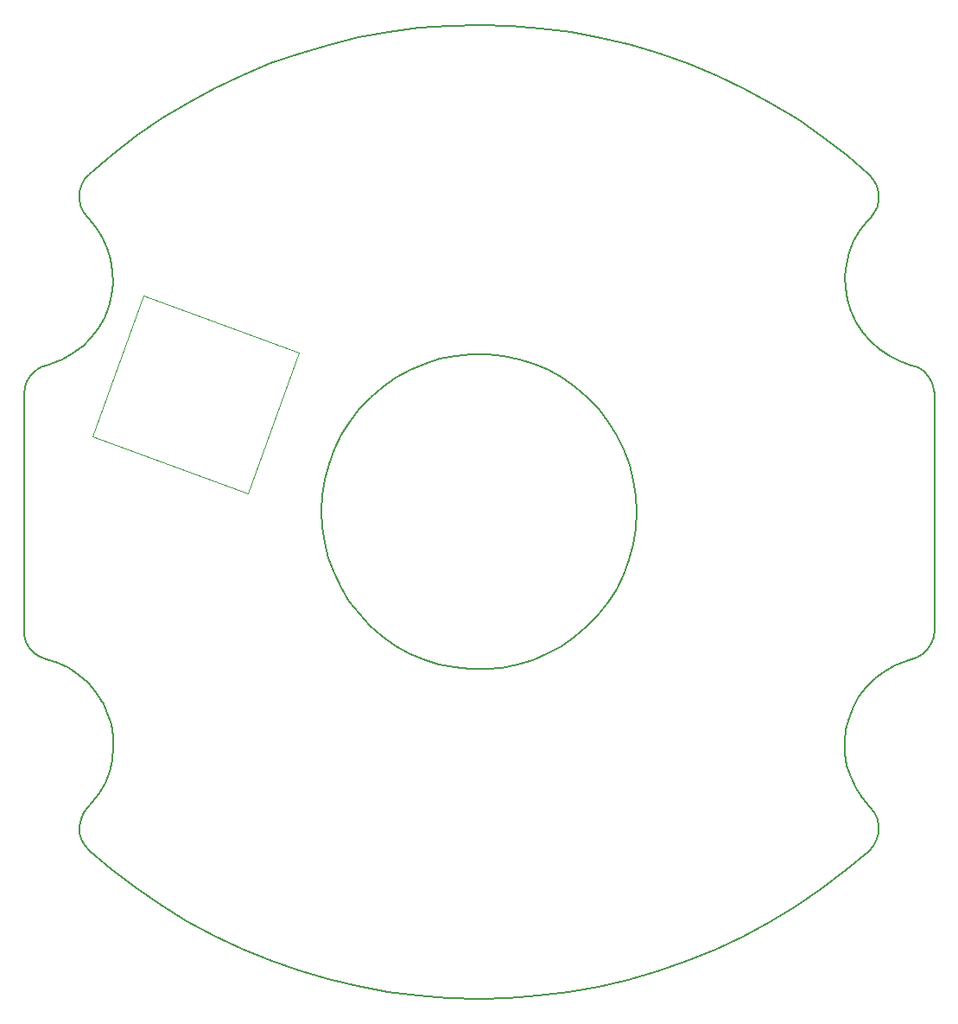
<source format=gbr>
G04 #@! TF.GenerationSoftware,KiCad,Pcbnew,6.0.0-rc1-unknown-3eb3db0~66~ubuntu18.04.1*
G04 #@! TF.CreationDate,2018-08-10T12:26:18-07:00*
G04 #@! TF.ProjectId,main_board_onion,6D61696E5F626F6172645F6F6E696F6E,rev?*
G04 #@! TF.SameCoordinates,Original*
G04 #@! TF.FileFunction,Profile,NP*
%FSLAX46Y46*%
G04 Gerber Fmt 4.6, Leading zero omitted, Abs format (unit mm)*
G04 Created by KiCad (PCBNEW 6.0.0-rc1-unknown-3eb3db0~66~ubuntu18.04.1) date Fri Aug 10 12:26:18 2018*
%MOMM*%
%LPD*%
G01*
G04 APERTURE LIST*
%ADD10C,0.100000*%
%ADD11C,0.200000*%
G04 APERTURE END LIST*
D10*
X116426738Y-69525552D02*
X131649758Y-75066278D01*
X111399042Y-83339034D02*
X116426738Y-69525552D01*
X126622062Y-88879760D02*
X111399042Y-83339034D01*
X131649758Y-75066278D02*
X126622062Y-88879760D01*
D11*
X131718000Y-45761500D02*
X128893000Y-46756900D01*
X192747000Y-104648200D02*
X193243000Y-104179200D01*
X185210000Y-125837200D02*
X187497000Y-123905200D01*
X172429000Y-133571200D02*
X175141000Y-132297200D01*
X155110000Y-138109200D02*
X158083000Y-137734200D01*
X104694000Y-79191800D02*
X104694000Y-102285200D01*
X164683000Y-89128200D02*
X164447000Y-87583200D01*
X143977000Y-76190100D02*
X142539000Y-76803400D01*
X157408000Y-103849200D02*
X158696000Y-102963200D01*
X189034000Y-106314200D02*
X189036000Y-106312200D01*
X189033000Y-106314200D02*
X189034000Y-106314200D01*
X188101000Y-107021200D02*
X189033000Y-106314200D01*
X188099000Y-107023200D02*
X188101000Y-107021200D01*
X188096000Y-107025200D02*
X188099000Y-107023200D01*
X193705000Y-78058800D02*
X193372000Y-77462300D01*
X193892000Y-78716800D02*
X193705000Y-78058800D01*
X193930000Y-79190900D02*
X193892000Y-78716800D01*
X193930000Y-102284200D02*
X193930000Y-79190900D01*
X193851000Y-102965200D02*
X193930000Y-102284200D01*
X161043000Y-80635300D02*
X159967000Y-79501300D01*
X161999000Y-81872300D02*
X161043000Y-80635300D01*
X162825000Y-83199500D02*
X161999000Y-81872300D01*
X163513000Y-84603400D02*
X162825000Y-83199500D01*
X164055000Y-86069200D02*
X163513000Y-84603400D01*
X111281000Y-73657100D02*
X111279000Y-73659500D01*
X111281000Y-73656700D02*
X111281000Y-73657100D01*
X111993000Y-72727700D02*
X111281000Y-73656700D01*
X111994000Y-72725100D02*
X111993000Y-72727700D01*
X111996000Y-72722500D02*
X111994000Y-72725100D01*
X188276000Y-122797200D02*
X188454000Y-122137200D01*
X187950000Y-123397200D02*
X188276000Y-122797200D01*
X187497000Y-123905200D02*
X187950000Y-123397200D01*
X182823000Y-127648200D02*
X185210000Y-125837200D01*
X190062000Y-105735200D02*
X190064000Y-105733200D01*
X190059000Y-105736200D02*
X190062000Y-105735200D01*
X190058000Y-105736200D02*
X190059000Y-105736200D01*
X189039000Y-106310200D02*
X190058000Y-105736200D01*
X189036000Y-106312200D02*
X189039000Y-106310200D01*
X134592000Y-44915400D02*
X131718000Y-45761500D01*
X137507000Y-44220800D02*
X134592000Y-44915400D01*
X140453000Y-43679700D02*
X137507000Y-44220800D01*
X143424000Y-43293500D02*
X140453000Y-43679700D01*
X186557000Y-108790200D02*
X187264000Y-107858200D01*
X186555000Y-108792200D02*
X186557000Y-108790200D01*
X186553000Y-108795200D02*
X186555000Y-108792200D01*
X186553000Y-108795200D02*
X186553000Y-108795200D01*
X185979000Y-109815200D02*
X186553000Y-108795200D01*
X111127000Y-123905200D02*
X113270000Y-125721200D01*
X110671000Y-123393200D02*
X111127000Y-123905200D01*
X110347000Y-122792200D02*
X110671000Y-123393200D01*
X110169000Y-122133200D02*
X110347000Y-122792200D01*
X110148000Y-121450200D02*
X110169000Y-122133200D01*
X109501000Y-75197400D02*
X108479000Y-75767600D01*
X109504000Y-75195700D02*
X109501000Y-75197400D01*
X109506000Y-75194000D02*
X109504000Y-75195700D01*
X109507000Y-75193700D02*
X109506000Y-75194000D01*
X110441000Y-74490200D02*
X109507000Y-75193700D01*
X164762000Y-90690200D02*
X164683000Y-89128200D01*
X164762000Y-90797200D02*
X164762000Y-90690200D01*
X164672000Y-92358200D02*
X164762000Y-90797200D01*
X164424000Y-93902200D02*
X164672000Y-92358200D01*
X164022000Y-95413200D02*
X164424000Y-93902200D01*
X163470000Y-96875200D02*
X164022000Y-95413200D01*
X162772000Y-98274200D02*
X163470000Y-96875200D01*
X161937000Y-99595200D02*
X162772000Y-98274200D01*
X160972000Y-100826200D02*
X161937000Y-99595200D01*
X159888000Y-101952200D02*
X160972000Y-100826200D01*
X158696000Y-102963200D02*
X159888000Y-101952200D01*
X156036000Y-104600200D02*
X157408000Y-103849200D01*
X154596000Y-105208200D02*
X156036000Y-104600200D01*
X153102000Y-105668200D02*
X154596000Y-105208200D01*
X151569000Y-105974200D02*
X153102000Y-105668200D01*
X113427000Y-68295700D02*
X113427000Y-68298900D01*
X113427000Y-68295200D02*
X113427000Y-68295700D01*
X113395000Y-67125800D02*
X113427000Y-68295200D01*
X113394000Y-67122700D02*
X113395000Y-67125800D01*
X113394000Y-67119500D02*
X113394000Y-67122700D01*
X185323000Y-66437400D02*
X185323000Y-66436900D01*
X185197000Y-67600500D02*
X185323000Y-66437400D01*
X185197000Y-67603600D02*
X185197000Y-67600500D01*
X185197000Y-67606700D02*
X185197000Y-67603600D01*
X185197000Y-67607300D02*
X185197000Y-67606700D01*
X185543000Y-110914200D02*
X185544000Y-110911200D01*
X185543000Y-110915200D02*
X185543000Y-110914200D01*
X185264000Y-112051200D02*
X185543000Y-110915200D01*
X185263000Y-112054200D02*
X185264000Y-112051200D01*
X185262000Y-112057200D02*
X185263000Y-112054200D01*
X142442000Y-104528200D02*
X143876000Y-105152200D01*
X141079000Y-103763200D02*
X142442000Y-104528200D01*
X139800000Y-102864200D02*
X141079000Y-103763200D01*
X138618000Y-101841200D02*
X139800000Y-102864200D01*
X137546000Y-100703200D02*
X138618000Y-101841200D01*
X187665000Y-61889800D02*
X188072000Y-61371000D01*
X187340000Y-62239900D02*
X187665000Y-61889800D01*
X187339000Y-62241600D02*
X187340000Y-62239900D01*
X187337000Y-62243200D02*
X187339000Y-62241600D01*
X187337000Y-62243600D02*
X187337000Y-62243200D01*
X147002000Y-75413500D02*
X145470000Y-75725200D01*
X148557000Y-75258200D02*
X147002000Y-75413500D01*
X150121000Y-75261000D02*
X148557000Y-75258200D01*
X151676000Y-75421700D02*
X150121000Y-75261000D01*
X153207000Y-75738700D02*
X151676000Y-75421700D01*
X105725000Y-104527200D02*
X106292000Y-104908200D01*
X105261000Y-104025200D02*
X105725000Y-104527200D01*
X104925000Y-103430200D02*
X105261000Y-104025200D01*
X104734000Y-102773200D02*
X104925000Y-103430200D01*
X104694000Y-102285200D02*
X104734000Y-102773200D01*
X185176000Y-114397200D02*
X185140000Y-113228200D01*
X185177000Y-114400200D02*
X185176000Y-114397200D01*
X185177000Y-114403200D02*
X185177000Y-114400200D01*
X185177000Y-114404200D02*
X185177000Y-114403200D01*
X185372000Y-115557200D02*
X185177000Y-114404200D01*
X113394000Y-67119000D02*
X113394000Y-67119500D01*
X113204000Y-65964700D02*
X113394000Y-67119000D01*
X113203000Y-65961700D02*
X113204000Y-65964700D01*
X113202000Y-65958600D02*
X113203000Y-65961700D01*
X113202000Y-65958100D02*
X113202000Y-65958600D01*
X164447000Y-87583200D02*
X164055000Y-86069200D01*
X136595000Y-99463200D02*
X137546000Y-100703200D01*
X135773000Y-98133200D02*
X136595000Y-99463200D01*
X135090000Y-96726200D02*
X135773000Y-98133200D01*
X134553000Y-95258200D02*
X135090000Y-96726200D01*
X134167000Y-93743200D02*
X134553000Y-95258200D01*
X167085000Y-45819800D02*
X164214000Y-44964200D01*
X169908000Y-46824500D02*
X167085000Y-45819800D01*
X172674000Y-47975600D02*
X169908000Y-46824500D01*
X175376000Y-49269800D02*
X172674000Y-47975600D01*
X178006000Y-50703700D02*
X175376000Y-49269800D01*
X133936000Y-92197200D02*
X134167000Y-93743200D01*
X133862000Y-90636200D02*
X133936000Y-92197200D01*
X133947000Y-89075200D02*
X133862000Y-90636200D01*
X134189000Y-87530200D02*
X133947000Y-89075200D01*
X134585000Y-86018200D02*
X134189000Y-87530200D01*
X188554000Y-74793200D02*
X188551000Y-74791300D01*
X188556000Y-74795200D02*
X188554000Y-74793200D01*
X188557000Y-74795500D02*
X188556000Y-74795200D01*
X189529000Y-75445800D02*
X188557000Y-74795500D01*
X189532000Y-75447400D02*
X189529000Y-75445800D01*
X135133000Y-84553900D02*
X134585000Y-86018200D01*
X135825000Y-83152400D02*
X135133000Y-84553900D01*
X136656000Y-81828000D02*
X135825000Y-83152400D01*
X137617000Y-80594500D02*
X136656000Y-81828000D01*
X138697000Y-79464200D02*
X137617000Y-80594500D01*
X185373000Y-115560200D02*
X185372000Y-115557200D01*
X185373000Y-115563200D02*
X185373000Y-115560200D01*
X185373000Y-115564200D02*
X185373000Y-115563200D01*
X185723000Y-116680200D02*
X185373000Y-115564200D01*
X185724000Y-116683200D02*
X185723000Y-116680200D01*
X111372000Y-119214200D02*
X111370000Y-119215200D01*
X111372000Y-119213200D02*
X111372000Y-119214200D01*
X112078000Y-118280200D02*
X111372000Y-119213200D01*
X112079000Y-118277200D02*
X112078000Y-118280200D01*
X112081000Y-118275200D02*
X112079000Y-118277200D01*
X110285000Y-120780200D02*
X110148000Y-121450200D01*
X110571000Y-120160200D02*
X110285000Y-120780200D01*
X110992000Y-119623200D02*
X110571000Y-120160200D01*
X111369000Y-119217200D02*
X110992000Y-119623200D01*
X111370000Y-119215200D02*
X111369000Y-119217200D01*
X188096000Y-107026200D02*
X188096000Y-107025200D01*
X187269000Y-107853200D02*
X188096000Y-107026200D01*
X187267000Y-107855200D02*
X187269000Y-107853200D01*
X187265000Y-107858200D02*
X187267000Y-107855200D01*
X187264000Y-107858200D02*
X187265000Y-107858200D01*
X123417000Y-49184200D02*
X120782000Y-50609400D01*
X126123000Y-47898800D02*
X123417000Y-49184200D01*
X128893000Y-46756900D02*
X126123000Y-47898800D01*
X107384000Y-76196800D02*
X107383000Y-76197000D01*
X108473000Y-75770500D02*
X107384000Y-76196800D01*
X108476000Y-75769200D02*
X108473000Y-75770500D01*
X108479000Y-75767900D02*
X108476000Y-75769200D01*
X108479000Y-75767600D02*
X108479000Y-75767900D01*
X139885000Y-78448900D02*
X138697000Y-79464200D01*
X141171000Y-77559000D02*
X139885000Y-78448900D01*
X142539000Y-76803400D02*
X141171000Y-77559000D01*
X145470000Y-75725200D02*
X143977000Y-76190100D01*
X108051000Y-105511200D02*
X108054000Y-105512200D01*
X108048000Y-105510200D02*
X108051000Y-105511200D01*
X108047000Y-105509200D02*
X108048000Y-105510200D01*
X106935000Y-105150200D02*
X108047000Y-105509200D01*
X106292000Y-104908200D02*
X106935000Y-105150200D01*
X186227000Y-117751200D02*
X186226000Y-117751200D01*
X186864000Y-118732200D02*
X186227000Y-117751200D01*
X186866000Y-118735200D02*
X186864000Y-118732200D01*
X186867000Y-118737200D02*
X186866000Y-118735200D01*
X186868000Y-118738200D02*
X186867000Y-118737200D01*
X110974000Y-107444200D02*
X110975000Y-107444200D01*
X110095000Y-106672200D02*
X110974000Y-107444200D01*
X110093000Y-106670200D02*
X110095000Y-106672200D01*
X110090000Y-106668200D02*
X110093000Y-106670200D01*
X110090000Y-106668200D02*
X110090000Y-106668200D01*
X186271000Y-72133800D02*
X186271000Y-72133400D01*
X186905000Y-73116900D02*
X186271000Y-72133800D01*
X186907000Y-73119400D02*
X186905000Y-73116900D01*
X186909000Y-73121900D02*
X186907000Y-73119400D01*
X186910000Y-73122300D02*
X186909000Y-73121900D01*
X109114000Y-106022200D02*
X110090000Y-106668200D01*
X109111000Y-106021200D02*
X109114000Y-106022200D01*
X109109000Y-106019200D02*
X109111000Y-106021200D01*
X109108000Y-106019200D02*
X109109000Y-106019200D01*
X108054000Y-105512200D02*
X109108000Y-106019200D01*
X193618000Y-103607200D02*
X193851000Y-102965200D01*
X193243000Y-104179200D02*
X193618000Y-103607200D01*
X192156000Y-104992200D02*
X192747000Y-104648200D01*
X191691000Y-105150200D02*
X192156000Y-104992200D01*
X110122000Y-60055700D02*
X110254000Y-60725800D01*
X110146000Y-59373000D02*
X110122000Y-60055700D01*
X110328000Y-58714300D02*
X110146000Y-59373000D01*
X110655000Y-58114900D02*
X110328000Y-58714300D01*
X111093000Y-57623800D02*
X110655000Y-58114900D01*
X137411000Y-137167200D02*
X140358000Y-137706200D01*
X134497000Y-136474200D02*
X137411000Y-137167200D01*
X131622000Y-135630200D02*
X134497000Y-136474200D01*
X128796000Y-134637200D02*
X131622000Y-135630200D01*
X126025000Y-133497200D02*
X128796000Y-134637200D01*
X186044000Y-64199200D02*
X186046000Y-64196400D01*
X186043000Y-64202100D02*
X186044000Y-64199200D01*
X186043000Y-64202600D02*
X186043000Y-64202100D01*
X185609000Y-65289000D02*
X186043000Y-64202600D01*
X185608000Y-65291900D02*
X185609000Y-65289000D01*
X180558000Y-52273200D02*
X178006000Y-50703700D01*
X183024000Y-53974200D02*
X180558000Y-52273200D01*
X185398000Y-55802000D02*
X183024000Y-53974200D01*
X187531000Y-57623700D02*
X185398000Y-55802000D01*
X187985000Y-58137500D02*
X187531000Y-57623700D01*
X111996000Y-72722100D02*
X111996000Y-72722500D01*
X112575000Y-71705200D02*
X111996000Y-72722100D01*
X112576000Y-71702400D02*
X112575000Y-71705200D01*
X112577000Y-71699500D02*
X112576000Y-71702400D01*
X112578000Y-71699000D02*
X112577000Y-71699500D01*
X185773000Y-71067400D02*
X185772000Y-71064400D01*
X185773000Y-71067800D02*
X185773000Y-71067400D01*
X186268000Y-72127900D02*
X185773000Y-71067800D01*
X186269000Y-72130600D02*
X186268000Y-72127900D01*
X186271000Y-72133400D02*
X186269000Y-72130600D01*
X113485000Y-113840200D02*
X113485000Y-113843200D01*
X113485000Y-113839200D02*
X113485000Y-113840200D01*
X113446000Y-112670200D02*
X113485000Y-113839200D01*
X113446000Y-112667200D02*
X113446000Y-112670200D01*
X113445000Y-112664200D02*
X113446000Y-112667200D01*
X187671000Y-74010200D02*
X186910000Y-73122300D01*
X187673000Y-74012400D02*
X187671000Y-74010200D01*
X187676000Y-74014700D02*
X187673000Y-74012400D01*
X187676000Y-74015000D02*
X187676000Y-74014700D01*
X188551000Y-74791300D02*
X187676000Y-74015000D01*
X185423000Y-69940600D02*
X185423000Y-69937500D01*
X185424000Y-69943600D02*
X185423000Y-69940600D01*
X185424000Y-69944100D02*
X185424000Y-69943600D01*
X185771000Y-71061500D02*
X185424000Y-69944100D01*
X185772000Y-71064400D02*
X185771000Y-71061500D01*
X152122000Y-138327200D02*
X155110000Y-138109200D01*
X149312000Y-138390200D02*
X152122000Y-138327200D01*
X146317000Y-138318200D02*
X149312000Y-138390200D01*
X143330000Y-138090200D02*
X146317000Y-138318200D01*
X140358000Y-137706200D02*
X143330000Y-138090200D01*
X166826000Y-135687200D02*
X169655000Y-134702200D01*
X163948000Y-136522200D02*
X166826000Y-135687200D01*
X161031000Y-137205200D02*
X163948000Y-136522200D01*
X158083000Y-137734200D02*
X161031000Y-137205200D01*
X180345000Y-129331200D02*
X182823000Y-127648200D01*
X177781000Y-130882200D02*
X180345000Y-129331200D01*
X175141000Y-132297200D02*
X177781000Y-130882200D01*
X169655000Y-134702200D02*
X172429000Y-133571200D01*
X113445000Y-112663200D02*
X113445000Y-112664200D01*
X113248000Y-111510200D02*
X113445000Y-112663200D01*
X113247000Y-111507200D02*
X113248000Y-111510200D01*
X113247000Y-111504200D02*
X113247000Y-111507200D01*
X113246000Y-111503200D02*
X113247000Y-111504200D01*
X189534000Y-75449000D02*
X189532000Y-75447400D01*
X189535000Y-75449200D02*
X189534000Y-75449000D01*
X190587000Y-75961600D02*
X189535000Y-75449200D01*
X190590000Y-75962700D02*
X190587000Y-75961600D01*
X190592000Y-75963900D02*
X190590000Y-75962700D01*
X185607000Y-65294900D02*
X185608000Y-65291900D01*
X185607000Y-65295400D02*
X185607000Y-65294900D01*
X185324000Y-66430700D02*
X185607000Y-65295400D01*
X185324000Y-66433700D02*
X185324000Y-66430700D01*
X185323000Y-66436900D02*
X185324000Y-66433700D01*
X185262000Y-112058200D02*
X185262000Y-112057200D01*
X185140000Y-113221200D02*
X185262000Y-112058200D01*
X185140000Y-113224200D02*
X185140000Y-113221200D01*
X185140000Y-113227200D02*
X185140000Y-113224200D01*
X185140000Y-113228200D02*
X185140000Y-113227200D01*
X113364000Y-115013200D02*
X113364000Y-115016200D01*
X113365000Y-115010200D02*
X113364000Y-115013200D01*
X113365000Y-115009200D02*
X113365000Y-115010200D01*
X113485000Y-113846200D02*
X113365000Y-115009200D01*
X113485000Y-113843200D02*
X113485000Y-113846200D01*
X111720000Y-62778800D02*
X111722000Y-62781400D01*
X111720000Y-62778400D02*
X111720000Y-62778800D01*
X110960000Y-61890700D02*
X111720000Y-62778400D01*
X110538000Y-61347400D02*
X110960000Y-61890700D01*
X110254000Y-60725800D02*
X110538000Y-61347400D01*
X188307000Y-58739900D02*
X187985000Y-58137500D01*
X188482000Y-59400300D02*
X188307000Y-58739900D01*
X188500000Y-60083200D02*
X188482000Y-59400300D01*
X188361000Y-60752000D02*
X188500000Y-60083200D01*
X188072000Y-61371000D02*
X188361000Y-60752000D01*
X113013000Y-70613100D02*
X112578000Y-71699000D01*
X113014000Y-70610200D02*
X113013000Y-70613100D01*
X113015000Y-70607100D02*
X113014000Y-70610200D01*
X113015000Y-70606600D02*
X113015000Y-70607100D01*
X113298000Y-69471600D02*
X113015000Y-70606600D01*
X146411000Y-43063400D02*
X143424000Y-43293500D01*
X154698000Y-76208800D02*
X153207000Y-75738700D01*
X156133000Y-76827200D02*
X154698000Y-76208800D01*
X157499000Y-77587500D02*
X156133000Y-76827200D01*
X158782000Y-78481900D02*
X157499000Y-77587500D01*
X159967000Y-79501300D02*
X158782000Y-78481900D01*
X190593000Y-75964100D02*
X190592000Y-75963900D01*
X191703000Y-76328600D02*
X190593000Y-75964100D01*
X192346000Y-76574200D02*
X191703000Y-76328600D01*
X192911000Y-76958400D02*
X192346000Y-76574200D01*
X193372000Y-77462300D02*
X192911000Y-76958400D01*
X185977000Y-109817200D02*
X185979000Y-109815200D01*
X185976000Y-109820200D02*
X185977000Y-109817200D01*
X185976000Y-109821200D02*
X185976000Y-109820200D01*
X185545000Y-110908200D02*
X185976000Y-109821200D01*
X185544000Y-110911200D02*
X185545000Y-110908200D01*
X106468000Y-76483400D02*
X105877000Y-76827000D01*
X106919000Y-76329200D02*
X106468000Y-76483400D01*
X107379000Y-76198300D02*
X106919000Y-76329200D01*
X107381000Y-76197600D02*
X107379000Y-76198300D01*
X107383000Y-76197000D02*
X107381000Y-76197600D01*
X152401000Y-43073300D02*
X149406000Y-42989900D01*
X155387000Y-43313200D02*
X152401000Y-43073300D01*
X158357000Y-43709200D02*
X155387000Y-43313200D01*
X161302000Y-44260000D02*
X158357000Y-43709200D01*
X164214000Y-44964200D02*
X161302000Y-44260000D01*
X104773000Y-78510300D02*
X104694000Y-79191800D01*
X105006000Y-77868100D02*
X104773000Y-78510300D01*
X105381000Y-77296800D02*
X105006000Y-77868100D01*
X105877000Y-76827000D02*
X105381000Y-77296800D01*
X113085000Y-116159200D02*
X112657000Y-117248200D01*
X113086000Y-116156200D02*
X113085000Y-116159200D01*
X113087000Y-116153200D02*
X113086000Y-116156200D01*
X113087000Y-116153200D02*
X113087000Y-116153200D01*
X113364000Y-115016200D02*
X113087000Y-116153200D01*
X187631000Y-119623200D02*
X186868000Y-118738200D01*
X188055000Y-120164200D02*
X187631000Y-119623200D01*
X188341000Y-120785200D02*
X188055000Y-120164200D01*
X188477000Y-121454200D02*
X188341000Y-120785200D01*
X188454000Y-122137200D02*
X188477000Y-121454200D01*
X185725000Y-116686200D02*
X185724000Y-116683200D01*
X185726000Y-116687200D02*
X185725000Y-116686200D01*
X186223000Y-117745200D02*
X185726000Y-116687200D01*
X186225000Y-117748200D02*
X186223000Y-117745200D01*
X186226000Y-117751200D02*
X186225000Y-117748200D01*
X111745000Y-108333200D02*
X111747000Y-108336200D01*
X111745000Y-108333200D02*
X111745000Y-108333200D01*
X110979000Y-107449200D02*
X111745000Y-108333200D01*
X110977000Y-107446200D02*
X110979000Y-107449200D01*
X110975000Y-107444200D02*
X110977000Y-107446200D01*
X113299000Y-69468600D02*
X113298000Y-69471600D01*
X113299000Y-69465500D02*
X113299000Y-69468600D01*
X113300000Y-69464900D02*
X113299000Y-69465500D01*
X113426000Y-68302000D02*
X113300000Y-69464900D01*
X113427000Y-68298900D02*
X113426000Y-68302000D01*
X185230000Y-68776700D02*
X185197000Y-67607300D01*
X185231000Y-68779800D02*
X185230000Y-68776700D01*
X185231000Y-68782900D02*
X185231000Y-68779800D01*
X185231000Y-68783400D02*
X185231000Y-68782900D01*
X185423000Y-69937500D02*
X185231000Y-68783400D01*
X150013000Y-106124200D02*
X151569000Y-105974200D01*
X148450000Y-106116200D02*
X150013000Y-106124200D01*
X146895000Y-105949200D02*
X148450000Y-106116200D01*
X145365000Y-105627200D02*
X146895000Y-105949200D01*
X143876000Y-105152200D02*
X145365000Y-105627200D01*
X191157000Y-105301200D02*
X191691000Y-105150200D01*
X191155000Y-105302200D02*
X191157000Y-105301200D01*
X191153000Y-105303200D02*
X191155000Y-105302200D01*
X191152000Y-105303200D02*
X191153000Y-105303200D01*
X190064000Y-105733200D02*
X191152000Y-105303200D01*
X112359000Y-63770800D02*
X112360000Y-63773500D01*
X112357000Y-63768000D02*
X112359000Y-63770800D01*
X112357000Y-63767600D02*
X112357000Y-63768000D01*
X111724000Y-62783900D02*
X112357000Y-63767600D01*
X111722000Y-62781400D02*
X111724000Y-62783900D01*
X123318000Y-132213200D02*
X126025000Y-133497200D01*
X120682000Y-130790200D02*
X123318000Y-132213200D01*
X118124000Y-129230200D02*
X120682000Y-130790200D01*
X115651000Y-127539200D02*
X118124000Y-129230200D01*
X113270000Y-125721200D02*
X115651000Y-127539200D01*
X113373000Y-55683300D02*
X111093000Y-57623800D01*
X115753000Y-53863400D02*
X113373000Y-55683300D01*
X118224000Y-52170500D02*
X115753000Y-53863400D01*
X120782000Y-50609400D02*
X118224000Y-52170500D01*
X186627000Y-63173300D02*
X187337000Y-62243600D01*
X186625000Y-63175900D02*
X186627000Y-63173300D01*
X186623000Y-63178500D02*
X186625000Y-63175900D01*
X186623000Y-63179000D02*
X186623000Y-63178500D01*
X186046000Y-64196400D02*
X186623000Y-63179000D01*
X112081000Y-118274200D02*
X112081000Y-118275200D01*
X112654000Y-117254200D02*
X112081000Y-118274200D01*
X112655000Y-117251200D02*
X112654000Y-117254200D01*
X112656000Y-117248200D02*
X112655000Y-117251200D01*
X112657000Y-117248200D02*
X112656000Y-117248200D01*
X112390000Y-109321200D02*
X112392000Y-109324200D01*
X112389000Y-109318200D02*
X112390000Y-109321200D01*
X112388000Y-109318200D02*
X112389000Y-109318200D01*
X111749000Y-108338200D02*
X112388000Y-109318200D01*
X111747000Y-108336200D02*
X111749000Y-108338200D01*
X110444000Y-74488100D02*
X110441000Y-74490200D01*
X110446000Y-74486100D02*
X110444000Y-74488100D01*
X110446000Y-74485700D02*
X110446000Y-74486100D01*
X111277000Y-73661800D02*
X110446000Y-74485700D01*
X111279000Y-73659500D02*
X111277000Y-73661800D01*
X112857000Y-64840400D02*
X113202000Y-65958100D01*
X112856000Y-64837500D02*
X112857000Y-64840400D01*
X112854000Y-64834500D02*
X112856000Y-64837500D01*
X112854000Y-64834000D02*
X112854000Y-64834500D01*
X112360000Y-63773500D02*
X112854000Y-64834000D01*
X149406000Y-42989900D02*
X146411000Y-43063400D01*
X112894000Y-110388200D02*
X113246000Y-111503200D01*
X112893000Y-110385200D02*
X112894000Y-110388200D01*
X112892000Y-110382200D02*
X112893000Y-110385200D01*
X112892000Y-110381200D02*
X112892000Y-110382200D01*
X112392000Y-109324200D02*
X112892000Y-110381200D01*
M02*

</source>
